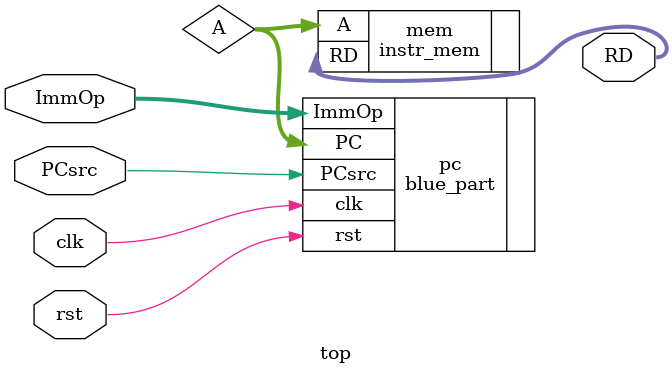
<source format=sv>
module top#(
    parameter ADDRESS_WIDTH = 32,
    DATAOUT_WIDTH = 32
)(
    input logic                            PCsrc, // output from control unit
    input logic                            clk,
    input logic                            rst,
    input logic [ADDRESS_WIDTH-1:0]        ImmOp, // output from "sign extend" block
  //  output logic [ADDRESS_WIDTH-1:0]       PC,
  //  input logic [ADDRESS_WIDTH-1:0]        A,
    output logic [DATAOUT_WIDTH-1:0]       RD
);

logic [ADDRESS_WIDTH-1:0]        A;

blue_part pc(
    .PCsrc(PCsrc),
    .clk(clk),
    .rst(rst),
    .ImmOp(ImmOp),
    .PC(A)
);

instr_mem mem(
    .A(A),
    .RD(RD)
);

endmodule

</source>
